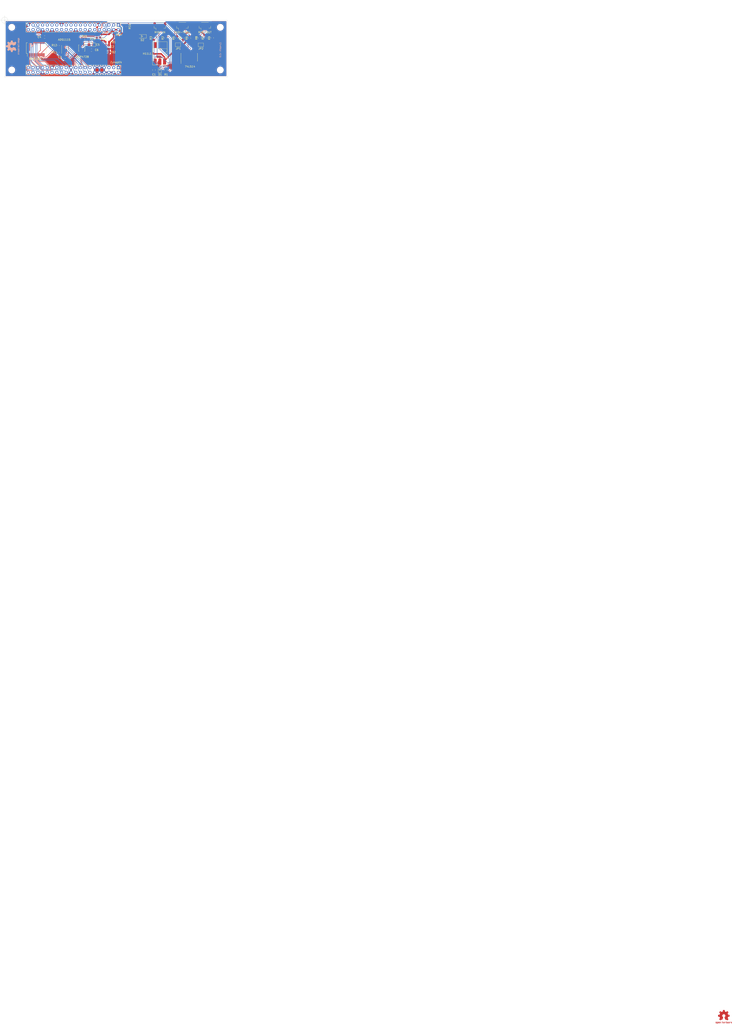
<source format=kicad_pcb>
(kicad_pcb (version 20211014) (generator pcbnew)
  (title_block (title "Zynaptik Circuit") (rev "1.0") (company "Zynthian"))
  (layers (0 "F.Cu" signal) (31 "B.Cu" signal) (34 "B.Paste" user) (35 "F.Paste" user) (36 "B.SilkS" user "B.Silkscreen") (37 "F.SilkS" user "F.Silkscreen") (38 "B.Mask" user) (39 "F.Mask" user) (44 "Edge.Cuts" user))
  (net 0 "")
  (net 1 "GND")
  (net 2 "+5V")
  (net 3 "Net-(D1-Pad2)")
  (net 4 "Net-(D1-Pad1)")
  (net 5 "/MIDI-IN")
  (net 6 "/INTB")
  (net 7 "/INTA")
  (net 8 "/SCL")
  (net 9 "/SDA")
  (net 10 "/AD-3")
  (net 11 "/AD-2")
  (net 12 "/AD-1")
  (net 13 "/AD-0")
  (net 14 "/DA-0")
  (net 15 "/DA-1")
  (net 16 "/DA-2")
  (net 17 "/DA-3")
  (net 18 "Net-(OC1-Pad1)")
  (net 19 "Net-(OC1-Pad3)")
  (net 20 "/MIDI-THRU")
  (net 21 "/MIDI-OUT")
  (net 22 "+3V3")
  (net 23 "Net-(RBPi-1-Pad40)")
  (net 24 "Net-(RBPi-1-Pad38)")
  (net 25 "Net-(RBPi-1-Pad35)")
  (net 26 "Net-(RBPi-1-Pad33)")
  (net 27 "Net-(RBPi-1-Pad32)")
  (net 28 "Net-(RBPi-1-Pad31)")
  (net 29 "Net-(RBPi-1-Pad29)")
  (net 30 "Net-(RBPi-1-Pad28)")
  (net 31 "Net-(RBPi-1-Pad27)")
  (net 32 "Net-(RBPi-1-Pad26)")
  (net 33 "Net-(RBPi-1-Pad24)")
  (net 34 "Net-(RBPi-1-Pad23)")
  (net 35 "Net-(RBPi-1-Pad22)")
  (net 36 "Net-(RBPi-1-Pad21)")
  (net 37 "Net-(RBPi-1-Pad19)")
  (net 38 "Net-(RBPi-1-Pad18)")
  (net 39 "Net-(RBPi-1-Pad16)")
  (net 40 "Net-(RBPi-1-Pad15)")
  (net 41 "Net-(RBPi-1-Pad13)")
  (net 42 "Net-(RBPi-1-Pad12)")
  (net 43 "Net-(RBPi-1-Pad11)")
  (net 44 "Net-(RBPi-1-Pad7)")
  (net 45 "/GPB0")
  (net 46 "/GPB1")
  (net 47 "/GPB2")
  (net 48 "/GPB3")
  (net 49 "/GPB4")
  (net 50 "/GPB5")
  (net 51 "/GPB6")
  (net 52 "/GPA0")
  (net 53 "/GPB7")
  (net 54 "/GPA1")
  (net 55 "/GPA2")
  (net 56 "/GPA3")
  (net 57 "/GPA4")
  (net 58 "/GPA5")
  (net 59 "/GPA6")
  (net 60 "/GPA7")
  (net 61 "Net-(MIDI-1-Pad3)")
  (net 62 "Net-(MIDI-2-Pad4)")
  (net 63 "Net-(MIDI-2-Pad3)")
  (net 64 "Net-(MIDI-3-Pad3)")
  (net 65 "Net-(MIDI-3-Pad4)")
  (net 66 "Net-(U1-Pad2)")
  (net 67 "Net-(U1-Pad10)")
  (net 68 "Net-(JP1-Pad2)")
  (net 69 "Net-(JP1-Pad1)")
  (net 70 "Net-(JP2-Pad1)")
  (net 71 "Net-(JP2-Pad2)")
  (net 72 "Net-(R6-Pad2)")
  (net 73 "Net-(R9-Pad2)")
  (net 74 "Net-(R11-Pad1)")
  (net 75 "Net-(R12-Pad2)")
  (net 76 "Net-(R15-Pad1)")
  (net 77 "Net-(U3-Pad5)")
  (net 78 "Net-(RBPi-1-Pad17)")
  (net 79 "GNDA")
  (net 80 "+VDC")
  (footprint "Mounting_Holes:MountingHole_2.7mm_M2.5_DIN965" (layer "F.Cu") (at 61.595 104.775 180)
    (fp_text reference "MH1" hide)
    (fp_text value "MountingHole_2.7mm_M2.5_DIN965" hide)
  )
  (footprint "Mounting_Holes:MountingHole_2.7mm_M2.5_DIN965" (layer "F.Cu") (at 61.595 127.635)
    (fp_text reference "MH3" hide)
    (fp_text value "MountingHole_2.7mm_M2.5_DIN965" hide)
  )
  (footprint "Mounting_Holes:MountingHole_2.7mm_M2.5_DIN965" (layer "F.Cu") (at 173.355 104.775 180)
    (fp_text reference "MH2" hide)
    (fp_text value "MountingHole_2.7mm_M2.5_DIN965" hide)
  )
  (footprint "Mounting_Holes:MountingHole_2.7mm_M2.5_DIN965" (layer "F.Cu") (at 173.355 127.635)
    (fp_text reference "MH4" hide)
    (fp_text value "MountingHole_2.7mm_M2.5_DIN965" hide)
  )
  (footprint "Symbols:OSHW-Logo2_9.8x8mm_Copper" (layer "F.Cu") (at 443.23 635)
    (fp_text reference "REF***" hide)
    (fp_text value "OSHW-Logo2_9.8x8mm_Copper" hide)
  )
  (footprint "Symbols:OSHW-Logo2_9.8x8mm_Mask" (layer "F.Cu") (at 62.23 114.935 90)
    (fp_text reference "REF***" hide)
    (fp_text value "OSHW-Logo2_9.8x8mm_Copper" hide)
  )
  (footprint "Symbols:LOGO_ZYNTHIAN_Mask" (layer "F.Cu") (at 173.2915 116.205 90)
    (fp_text reference "G***" hide)
    (fp_text value "Zynthian Logo" hide)
  )
  (footprint "Capacitor_SMD:C_0805_2012Metric" (layer "F.Cu") (at 137.795 127.635 -90)
    (fp_text reference "C1")
    (fp_text value "100n")
  )
  (footprint "Capacitor_SMD:C_0805_2012Metric" (layer "F.Cu") (at 79.2 110 180)
    (fp_text reference "C4")
    (fp_text value "100n")
  )
  (footprint "Diode_SMD:D_SOD-123" (layer "F.Cu") (at 131.5 109.6 180)
    (fp_text reference "D2")
    (fp_text value "1N5819")
  )
  (footprint "Connector_JST:JST_SH_BM04B-SRSS-TB_1x04-1MP_P1.00mm_Vertical" (layer "F.Cu") (at 140.97 104.14)
    (fp_text reference "MIDI-1")
    (fp_text value "MIDI-IN")
  )
  (footprint "Connector_JST:JST_SH_BM04B-SRSS-TB_1x04-1MP_P1.00mm_Vertical" (layer "F.Cu") (at 153.035 104.14)
    (fp_text reference "MIDI-2")
    (fp_text value "MIDI-THRU")
  )
  (footprint "Connector_JST:JST_SH_BM04B-SRSS-TB_1x04-1MP_P1.00mm_Vertical" (layer "F.Cu") (at 165.1 104.14)
    (fp_text reference "MIDI-3")
    (fp_text value "MIDI-OUT")
  )
  (footprint "Resistor_SMD:R_0805_2012Metric" (layer "F.Cu") (at 144.145 127.635 90)
    (fp_text reference "R1")
    (fp_text value "100")
  )
  (footprint "Resistor_SMD:R_0805_2012Metric" (layer "F.Cu") (at 144.145 110.49 90)
    (fp_text reference "R2")
    (fp_text value "470")
  )
  (footprint "Connector_PinHeader_2.54mm:PinHeader_2x20_P2.54mm_Vertical" (layer "F.Cu") (at 118.745 103.505 -90)
    (fp_text reference "RBPi-1" hide)
    (fp_text value "RBPi GPIO")
  )
  (footprint "Connector_PinHeader_2.54mm:PinHeader_2x20_P2.54mm_Vertical" (layer "F.Cu") (at 118.745 126.365 -90)
    (fp_text reference "Zynaptik-1" hide)
    (fp_text value "Zynaptik GPIO")
  )
  (footprint "Resistor_SMD:R_0805_2012Metric" (layer "F.Cu") (at 153.416 110.49 -90)
    (fp_text reference "R4")
    (fp_text value "330")
  )
  (footprint "Resistor_SMD:R_0805_2012Metric" (layer "F.Cu") (at 156.845 110.5535 -90)
    (fp_text reference "R6")
    (fp_text value "33")
  )
  (footprint "Resistor_SMD:R_0805_2012Metric" (layer "F.Cu") (at 165.608 110.49 -90)
    (fp_text reference "R7")
    (fp_text value "330")
  )
  (footprint "Resistor_SMD:R_0805_2012Metric" (layer "F.Cu") (at 162.2425 110.49 90)
    (fp_text reference "R8")
    (fp_text value "10")
  )
  (footprint "Resistor_SMD:R_0805_2012Metric" (layer "F.Cu") (at 169.037 110.4265 -90)
    (fp_text reference "R9")
    (fp_text value "33")
  )
  (footprint "Resistor_SMD:R_0805_2012Metric" (layer "F.Cu") (at 149.987 110.5535 90)
    (fp_text reference "R5")
    (fp_text value "10")
  )
  (footprint "Jumper:SolderJumper-2_P1.3mm_Open_Pad1.0x1.5mm" (layer "F.Cu") (at 150.6705 114.1095)
    (fp_text reference "JP1")
    (fp_text value "Jumper_NO_Small")
  )
  (footprint "Jumper:SolderJumper-2_P1.3mm_Open_Pad1.0x1.5mm" (layer "F.Cu") (at 162.941 114.173)
    (fp_text reference "JP2")
    (fp_text value "Jumper_NO_Small")
  )
  (footprint "Package_SO:SOIC-14_3.9x8.7mm_P1.27mm" (layer "F.Cu") (at 156.7 120.8 90)
    (fp_text reference "U1" hide)
    (fp_text value "74LS14")
  )
  (footprint "Capacitor_SMD:C_0805_2012Metric" (layer "F.Cu") (at 113.5 115.4 -90)
    (fp_text reference "C2")
    (fp_text value "1u")
  )
  (footprint "Capacitor_SMD:C_0805_2012Metric" (layer "F.Cu") (at 90.2 120.7)
    (fp_text reference "C3")
    (fp_text value "1u")
  )
  (footprint "Capacitor_SMD:C_0805_2012Metric" (layer "F.Cu") (at 104.3 117 180)
    (fp_text reference "C6")
    (fp_text value "100n")
  )
  (footprint "Diode_SMD:D_SOD-323F" (layer "F.Cu") (at 140.97 127.635 90)
    (fp_text reference "D1")
    (fp_text value "1N4148")
  )
  (footprint "Resistor_SMD:R_0805_2012Metric" (layer "F.Cu") (at 112.8 112.7 180)
    (fp_text reference "FB1")
    (fp_text value "MMZ2012Y152B")
  )
  (footprint "Resistor_SMD:R_0805_2012Metric" (layer "F.Cu") (at 112.8 118.1)
    (fp_text reference "FB2")
    (fp_text value "MMZ2012Y152B")
  )
  (footprint "Resistor_SMD:R_0603_1608Metric" (layer "F.Cu") (at 86.7 118.1875 -90)
    (fp_text reference "R11")
    (fp_text value "10K")
  )
  (footprint "Resistor_SMD:R_0603_1608Metric" (layer "F.Cu") (at 86.7 114.5 -90)
    (fp_text reference "R12")
    (fp_text value "10K")
  )
  (footprint "Resistor_SMD:R_0603_1608Metric" (layer "F.Cu") (at 107.2 111.0875 90)
    (fp_text reference "R13")
    (fp_text value "10K")
  )
  (footprint "Resistor_SMD:R_0603_1608Metric" (layer "F.Cu") (at 100.6 110.8)
    (fp_text reference "R15")
    (fp_text value "10K")
  )
  (footprint "Package_SO:MSOP-10_3x3mm_P0.5mm" (layer "F.Cu") (at 99.1 115.9 -90)
    (fp_text reference "U3" hide)
    (fp_text value "MCP4728")
  )
  (footprint "Package_SO:SSOP-28_5.3x10.2mm_P0.65mm" (layer "F.Cu") (at 74.7 115.9 90)
    (fp_text reference "MCP23017")
    (fp_text value "MCP23017")
  )
  (footprint "Package_SO:VSSOP-10_3x3mm_P0.5mm" (layer "F.Cu") (at 89.9 115.9 90)
    (fp_text reference "U2" hide)
    (fp_text value "ADS1115IDGSR ")
  )
  (footprint "Resistor_SMD:R_0603_1608Metric" (layer "F.Cu") (at 108.9 111.0875 90)
    (fp_text reference "R14")
    (fp_text value "10K")
  )
  (footprint "Capacitor_Tantalum_SMD:CP_EIA-3216-12_Kemet-S" (layer "F.Cu") (at 104.3 114.1 180)
    (fp_text reference "C5")
    (fp_text value "10u")
  )
  (footprint "Resistor_SMD:R_0805_2012Metric" (layer "F.Cu") (at 137.795 110.49 90)
    (fp_text reference "R3")
    (fp_text value "1K")
  )
  (footprint "Resistor_SMD:R_0603_1608Metric" (layer "F.Cu") (at 123.4 104.4 -90)
    (fp_text reference "R10")
    (fp_text value "10K")
  )
  (footprint "Package_DIP:DIP-6_W8.89mm_SMDSocket_LongPads" (layer "F.Cu") (at 140.97 118.745 -90)
    (fp_text reference "OC1" hide)
    (fp_text value "H11L1")
  )
  (footprint "Symbols:OSHW-Logo2_9.8x8mm_SilkScreen" (layer "B.Cu") (at 62.23 114.935 -90)
    (fp_text reference "REF***" hide)
    (fp_text value "OSHW-Logo2_9.8x8mm_SilkScreen" hide)
  )
  (gr_line (start 131 110.1) (end 131.8 109.6) (layer "F.SilkS") (width 0.15))
  (gr_line (start 131.8 109.6) (end 131 109) (layer "F.SilkS") (width 0.15))
  (gr_line (start 140.9 127.9) (end 140.5 127.2) (layer "F.SilkS") (width 0.15))
  (gr_line (start 140.5 127.2) (end 141.4 127.2) (layer "F.SilkS") (width 0.15))
  (gr_line (start 141.4 127.2) (end 141 127.9) (layer "F.SilkS") (width 0.15))
  (gr_poly (pts (xy 141.4 128) (xy 140.5 128) (xy 141.4 128)) (layer "F.SilkS") (width 0.1) (fill solid))
  (gr_line (start 131 109) (end 131 110.1) (layer "F.SilkS") (width 0.15))
  (gr_line (start 177.165 100.965) (end 177.165 131.445) (layer "Edge.Cuts") (width 0.1))
  (gr_line (start 177.165 131.445) (end 57.785 131.445) (layer "Edge.Cuts") (width 0.1))
  (gr_line (start 57.785 100.965) (end 177.165 100.965) (layer "Edge.Cuts") (width 0.1))
  (gr_line (start 57.785 131.445) (end 57.785 100.965) (layer "Edge.Cuts") (width 0.1))
  (gr_text "Zynaptik v2.0\n" (at 173.355 116.84 90) (layer "B.SilkS") (effects (font (size 0.8 0.8) (thickness 0.12)) (justify mirror)))
  (target plus (at 57.785 100.965) (size 5) (width 0.1) (layer "Edge.Cuts"))
  (segment (start 113.7375 118.1) (end 113.7375 118.8) (width 0.8) (layer "F.Cu") (net 1))
  (segment (start 93.345 126.365) (end 91.844999 124.864999) (width 0.8) (layer "F.Cu") (net 1))
  (segment (start 70.485 103.505) (end 64.9 109.09) (width 0.8) (layer "F.Cu") (net 1))
  (segment (start 95.885 106.045) (end 97.385001 107.545001) (width 0.8) (layer "F.Cu") (net 1))
  (segment (start 68.984999 105.005001) (end 70.485 103.505) (width 0.8) (layer "F.Cu") (net 1))
  (segment (start 93.345 128.905) (end 93.345 126.365) (width 0.8) (layer "F.Cu") (net 1))
  (segment (start 108.585 126.365) (end 106.045 128.905) (width 0.8) (layer "F.Cu") (net 1))
  (segment (start 76.325 120.625) (end 78.3 122.6) (width 0.25) (layer "F.Cu") (net 1))
  (segment (start 117.655001 130.355001) (end 136.012499 130.355001) (width 0.8) (layer "F.Cu") (net 1))
  (segment (start 140.069999 123.455001) (end 140.97 122.555) (width 0.8) (layer "F.Cu") (net 1))
  (segment (start 107.409999 104.680001) (end 108.585 103.505) (width 0.25) (layer "F.Cu") (net 1))
  (segment (start 111.125 128.905) (end 108.585 128.905) (width 0.8) (layer "F.Cu") (net 1))
  (segment (start 113.7375 116.575) (end 113.5 116.3375) (width 0.8) (layer "F.Cu") (net 1))
  (segment (start 89.290002 130.1) (end 88.985001 130.405001) (width 0.8) (layer "F.Cu") (net 1))
  (segment (start 140.315008 129.66001) (end 140.119999 129.465001) (width 0.8) (layer "F.Cu") (net 1))
  (segment (start 111.125 126.365) (end 111.125 128.905) (width 0.8) (layer "F.Cu") (net 1))
  (segment (start 113.7375 118.8) (end 108.585 123.9525) (width 0.8) (layer "F.Cu") (net 1))
  (segment (start 93.345 128.905) (end 93.025002 128.905) (width 0.8) (layer "F.Cu") (net 1))
  (segment (start 95.885 106.045) (end 94.384999 107.545001) (width 0.8) (layer "F.Cu") (net 1))
  (segment (start 88.985001 130.405001) (end 85.005001 130.405001) (width 0.8) (layer "F.Cu") (net 1))
  (segment (start 106.045 126.365) (end 108.585 126.365) (width 0.8) (layer "F.Cu") (net 1))
  (segment (start 90.005001 130.405001) (end 89.7 130.1) (width 0.8) (layer "F.Cu") (net 1))
  (segment (start 78.2625 110) (end 78.2625 106.2025) (width 0.8) (layer "F.Cu") (net 1))
  (segment (start 108.020999 107.220001) (end 107.409999 106.609001) (width 0.25) (layer "F.Cu") (net 1))
  (segment (start 137.795 128.5725) (end 138.495 128.5725) (width 0.8) (layer "F.Cu") (net 1))
  (segment (start 70.485 103.505) (end 71.985001 102.004999) (width 0.8) (layer "F.Cu") (net 1))
  (segment (start 116.205 128.905) (end 117.655001 130.355001) (width 0.8) (layer "F.Cu") (net 1))
  (segment (start 104.544999 130.405001) (end 94.845001 130.405001) (width 0.8) (layer "F.Cu") (net 1))
  (segment (start 71.985001 102.004999) (end 86.764999 102.004999) (width 0.8) (layer "F.Cu") (net 1))
  (segment (start 76.604999 130.405001) (end 78.105 128.905) (width 0.8) (layer "F.Cu") (net 1))
  (segment (start 108.585 128.905) (end 111.125 126.365) (width 0.8) (layer "F.Cu") (net 1))
  (segment (start 79.42 122.6) (end 83.185 126.365) (width 0.25) (layer "F.Cu") (net 1))
  (segment (start 107.409999 106.609001) (end 107.409999 104.680001) (width 0.25) (layer "F.Cu") (net 1))
  (segment (start 91.525001 130.405001) (end 90.005001 130.405001) (width 0.8) (layer "F.Cu") (net 1))
  (segment (start 160.51 123.5) (end 160.51 124.360002) (width 0.8) (layer "F.Cu") (net 1))
  (segment (start 140.119999 129.465001) (end 140.119999 125.804999) (width 0.8) (layer "F.Cu") (net 1))
  (segment (start 106.045 126.365) (end 108.585 128.905) (width 0.8) (layer "F.Cu") (net 1))
  (segment (start 113.665 106.045) (end 112.489999 107.220001) (width 0.25) (layer "F.Cu") (net 1))
  (segment (start 84.210002 130.1) (end 83.905001 130.405001) (width 0.8) (layer "F.Cu") (net 1))
  (segment (start 85.005001 130.405001) (end 84.7 130.1) (width 0.8) (layer "F.Cu") (net 1))
  (segment (start 76.325 119.5) (end 76.325 120.625) (width 0.25) (layer "F.Cu") (net 1))
  (segment (start 91.844999 124.864999) (end 84.685001 124.864999) (width 0.8) (layer "F.Cu") (net 1))
  (segment (start 93.025002 128.905) (end 91.525001 130.405001) (width 0.8) (layer "F.Cu") (net 1))
  (segment (start 108.585 103.505) (end 107.084999 102.004999) (width 0.8) (layer "F.Cu") (net 1))
  (segment (start 83.905001 130.405001) (end 79.605001 130.405001) (width 0.8) (layer "F.Cu") (net 1))
  (segment (start 79.605001 107.545001) (end 81.684999 107.545001) (width 0.8) (layer "F.Cu") (net 1))
  (segment (start 66.105001 130.405001) (end 76.604999 130.405001) (width 0.8) (layer "F.Cu") (net 1))
  (segment (start 111.125 128.905) (end 108.585 126.365) (width 0.8) (layer "F.Cu") (net 1))
  (segment (start 76.604999 107.545001) (end 69.764999 107.545001) (width 0.8) (layer "F.Cu") (net 1))
  (segment (start 84.685001 124.864999) (end 83.185 126.365) (width 0.8) (layer "F.Cu") (net 1))
  (segment (start 78.3 122.6) (end 79.42 122.6) (width 0.25) (layer "F.Cu") (net 1))
  (segment (start 155.209992 129.66001) (end 140.315008 129.66001) (width 0.8) (layer "F.Cu") (net 1))
  (segment (start 140.119999 125.804999) (end 141.224999 124.699999) (width 0.8) (layer "F.Cu") (net 1))
  (segment (start 86.764999 102.004999) (end 88.265 103.505) (width 0.8) (layer "F.Cu") (net 1))
  (segment (start 116.205 128.905) (end 113.665 128.905) (width 0.8) (layer "F.Cu") (net 1))
  (segment (start 78.2625 112.2875) (end 78.275 112.3) (width 0.25) (layer "F.Cu") (net 1))
  (segment (start 94.384999 107.545001) (end 84.685001 107.545001) (width 0.8) (layer "F.Cu") (net 1))
  (segment (start 69.764999 107.545001) (end 68.984999 106.765001) (width 0.8) (layer "F.Cu") (net 1))
  (segment (start 78.275 112.3) (end 77.625 112.3) (width 0.25) (layer "F.Cu") (net 1))
  (segment (start 106.045 128.905) (end 104.544999 130.405001) (width 0.8) (layer "F.Cu") (net 1))
  (segment (start 113.665 128.905) (end 111.125 128.905) (width 0.8) (layer "F.Cu") (net 1))
  (segment (start 108.585 128.905) (end 106.045 128.905) (width 0.8) (layer "F.Cu") (net 1))
  (segment (start 78.2625 106.2025) (end 78.105 106.045) (width 0.8) (layer "F.Cu") (net 1))
  (segment (start 140.069999 126.997501) (end 140.069999 123.455001) (width 0.8) (layer "F.Cu") (net 1))
  (segment (start 102.004999 107.545001) (end 103.505 106.045) (width 0.8) (layer "F.Cu") (net 1))
  (segment (start 107.084999 102.004999) (end 89.765001 102.004999) (width 0.8) (layer "F.Cu") (net 1))
  (segment (start 89.7 130.1) (end 89.290002 130.1) (width 0.8) (layer "F.Cu") (net 1))
  (segment (start 160.51 124.360002) (end 155.209992 129.66001) (width 0.8) (layer "F.Cu") (net 1))
  (segment (start 68.984999 106.765001) (end 68.984999 105.005001) (width 0.8) (layer "F.Cu") (net 1))
  (segment (start 112.489999 107.220001) (end 108.020999 107.220001) (width 0.25) (layer "F.Cu") (net 1))
  (segment (start 64.9 109.09) (end 64.9 129.2) (width 0.8) (layer "F.Cu") (net 1))
  (segment (start 97.385001 107.545001) (end 102.004999 107.545001) (width 0.8) (layer "F.Cu") (net 1))
  (segment (start 78.105 106.045) (end 79.605001 107.545001) (width 0.8) (layer "F.Cu") (net 1))
  (segment (start 79.605001 130.405001) (end 78.105 128.905) (width 0.8) (layer "F.Cu") (net 1))
  (segment (start 78.105 106.045) (end 76.604999 107.545001) (width 0.8) (layer "F.Cu") (net 1))
  (segment (start 81.684999 107.545001) (end 83.185 106.045) (width 0.8) (layer "F.Cu") (net 1))
  (segment (start 108.585 123.9525) (end 108.585 126.365) (width 0.8) (layer "F.Cu") (net 1))
  (segment (start 106.045 128.905) (end 106.045 126.365) (width 0.8) (layer "F.Cu") (net 1))
  (segment (start 136.012499 130.355001) (end 137.795 128.5725) (width 0.8) (layer "F.Cu") (net 1))
  (segment (start 89.765001 102.004999) (end 88.265 103.505) (width 0.8) (layer "F.Cu") (net 1))
  (segment (start 78.2625 110) (end 78.2625 112.2875) (width 0.25) (layer "F.Cu") (net 1))
  (segment (start 108.585 126.365) (end 111.125 126.365) (width 0.8) (layer "F.Cu") (net 1))
  (segment (start 84.685001 107.545001) (end 83.185 106.045) (width 0.8) (layer "F.Cu") (net 1))
  (segment (start 84.7 130.1) (end 84.210002 130.1) (width 0.8) (layer "F.Cu") (net 1))
  (segment (start 94.845001 130.405001) (end 93.345 128.905) (width 0.8) (layer "F.Cu") (net 1))
  (segment (start 138.495 128.5725) (end 140.069999 126.997501) (width 0.8) (layer "F.Cu") (net 1))
  (segment (start 64.9 129.2) (end 66.105001 130.405001) (width 0.8) (layer "F.Cu") (net 1))
  (segment (start 113.7375 118.1) (end 113.7375 116.575) (width 0.8) (layer "F.Cu") (net 1))
  (segment (start 108.585 126.365) (end 108.585 128.905) (width 0.8) (layer "F.Cu") (net 1))
  (segment (start 118.745 106.045) (end 124.1275 111.4275) (width 0.8) (layer "F.Cu") (net 2))
  (segment (start 76.975 113.335002) (end 77.139999 113.500001) (width 0.25) (layer "F.Cu") (net 2))
  (segment (start 151.535 107.6715) (end 151.535 105.465) (width 0.8) (layer "F.Cu") (net 2))
  (segment (start 154.76601 110.20251) (end 154.116 109.5525) (width 0.8) (layer "F.Cu") (net 2))
  (segment (start 141.67 119) (end 137.7 119) (width 0.8) (layer "F.Cu") (net 2))
  (segment (start 152.89 118.1) (end 152.89 114.70995) (width 0.8) (layer "F.Cu") (net 2))
  (segment (start 136.35 125.2525) (end 136.35 117.65) (width 0.8) (layer "F.Cu") (net 2))
  (segment (start 134.6275 111.4275) (end 137.795 111.4275) (width 0.8) (layer "F.Cu") (net 2))
  (segment (start 76.975 112.3) (end 76.975 113.335002) (width 0.25) (layer "F.Cu") (net 2))
  (segment (start 137.795 126.6975) (end 136.35 125.2525) (width 0.8) (layer "F.Cu") (net 2))
  (segment (start 134.6275 115.9275) (end 134.6275 111.4275) (width 0.8) (layer "F.Cu") (net 2))
  (segment (start 116.205 106.045) (end 116.205 110.2325) (width 0.8) (layer "F.Cu") (net 2))
  (segment (start 154.76601 112.83394) (end 154.76601 110.20251) (width 0.8) (layer "F.Cu") (net 2))
  (segment (start 153.416 109.5525) (end 151.535 107.6715) (width 0.8) (layer "F.Cu") (net 2))
  (segment (start 119.947081 128.905) (end 118.745 128.905) (width 0.8) (layer "F.Cu") (net 2))
  (segment (start 136.35 117.65) (end 134.6275 115.9275) (width 0.8) (layer "F.Cu") (net 2))
  (segment (start 116.205 110.2325) (end 113.7375 112.7) (width 0.8) (layer "F.Cu") (net 2))
  (segment (start 75.675 118.375) (end 76.975 117.075) (width 0.25) (layer "F.Cu") (net 2))
  (segment (start 80.1375 111.262501) (end 79.100001 112.3) (width 0.8) (layer "F.Cu") (net 2))
  (segment (start 165.608 109.5525) (end 163.6 107.5445) (width 0.8) (layer "F.Cu") (net 2))
  (segment (start 81.592489 108.545011) (end 80.1375 110) (width 0.8) (layer "F.Cu") (net 2))
  (segment (start 78.925 113.425) (end 78.925 112.3) (width 0.25) (layer "F.Cu") (net 2))
  (segment (start 147.965 118.1) (end 143.51 122.555) (width 0.8) (layer "F.Cu") (net 2))
  (segment (start 137.7 119) (end 136.35 117.65) (width 0.8) (layer "F.Cu") (net 2))
  (segment (start 120.245001 128.60708) (end 119.947081 128.905) (width 0.8) (layer "F.Cu") (net 2))
  (segment (start 116.205 106.045) (end 118.745 106.045) (width 0.8) (layer "F.Cu") (net 2))
  (segment (start 116.205 106.045) (end 113.704989 108.545011) (width 0.8) (layer "F.Cu") (net 2))
  (segment (start 75.675 119.5) (end 75.675 118.375) (width 0.25) (layer "F.Cu") (net 2))
  (segment (start 155.424 107.5445) (end 163.6 107.5445) (width 0.8) (layer "F.Cu") (net 2))
  (segment (start 143.51 120.84) (end 141.67 119) (width 0.8) (layer "F.Cu") (net 2))
  (segment (start 113.7375 114.225) (end 113.5 114.4625) (width 0.8) (layer "F.Cu") (net 2))
  (segment (start 152.89 118.1) (end 147.965 118.1) (width 0.8) (layer "F.Cu") (net 2))
  (segment (start 143.51 123.19) (end 143.51 120.84) (width 0.8) (layer "F.Cu") (net 2))
  (segment (start 78.849999 113.500001) (end 78.925 113.425) (width 0.25) (layer "F.Cu") (net 2))
  (segment (start 152.89 114.70995) (end 154.76601 112.83394) (width 0.8) (layer "F.Cu") (net 2))
  (segment (start 118.745 106.045) (end 120.245001 107.545001) (width 0.8) (layer "F.Cu") (net 2))
  (segment (start 153.416 109.5525) (end 155.424 107.5445) (width 0.8) (layer "F.Cu") (net 2))
  (segment (start 124.1275 111.4275) (end 134.6275 111.4275) (width 0.8) (layer "F.Cu") (net 2))
  (segment (start 76.975 117.075) (end 76.975 112.3) (width 0.25) (layer "F.Cu") (net 2))
  (segment (start 113.7375 112.7) (end 113.7375 114.225) (width 0.8) (layer "F.Cu") (net 2))
  (segment (start 120.245001 107.545001) (end 120.245001 128.60708) (width 0.8) (layer "F.Cu") (net 2))
  (segment (start 154.116 109.5525) (end 153.416 109.5525) (width 0.8) (layer "F.Cu") (net 2))
  (segment (start 80.1375 110) (end 80.1375 111.262501) (width 0.8) (layer "F.Cu") (net 2))
  (segment (start 163.6 107.5445) (end 163.6 105.465) (width 0.8) (layer "F.Cu") (net 2))
  (segment (start 113.704989 108.545011) (end 81.592489 108.545011) (width 0.8) (layer "F.Cu") (net 2))
  (segment (start 77.139999 113.500001) (end 78.849999 113.500001) (width 0.25) (layer "F.Cu") (net 2))
  (segment (start 140.97 126.535) (end 140.97 126.53) (width 0.25) (layer "F.Cu") (net 3))
  (segment (start 140.79501 104.36499) (end 142.14499 104.36499) (width 0.25) (layer "F.Cu") (net 3))
  (segment (start 142.14499 104.36499) (end 142.47 104.69) (width 0.25) (layer "F.Cu") (net 3))
  (segment (start 140.97 126.53) (end 141.9 125.6) (width 0.25) (layer "F.Cu") (net 3))
  (segment (start 141.1 116.7) (end 141.1 115.065) (width 0.25) (layer "F.Cu") (net 3))
  (segment (start 140.47 105.465) (end 140.47 104.69) (width 0.25) (layer "F.Cu") (net 3))
  (segment (start 140.47 114.435) (end 140.47 105.465) (width 0.25) (layer "F.Cu") (net 3))
  (segment (start 140.47 104.69) (end 140.79501 104.36499) (width 0.25) (layer "F.Cu") (net 3))
  (segment (start 142.47 104.69) (end 142.47 105.465) (width 0.25) (layer "F.Cu") (net 3))
  (segment (start 141.1 115.065) (end 140.97 114.935) (width 0.25) (layer "F.Cu") (net 3))
  (segment (start 140.97 114.935) (end 140.47 114.435) (width 0.25) (layer "F.Cu") (net 3))
  (via (at 141.9 125.6) (size 0.6) (drill 0.4) (layers "F.Cu" "B.Cu") (net 3))
  (via (at 141.1 116.7) (size 0.6) (drill 0.4) (layers "F.Cu" "B.Cu") (net 3))
  (segment (start 146.025001 124.300002) (end 146.025001 121.625001) (width 0.25) (layer "B.Cu") (net 3))
  (segment (start 141.9 125.6) (end 144.725003 125.6) (width 0.25) (layer "B.Cu") (net 3))
  (segment (start 144.725003 125.6) (end 146.025001 124.300002) (width 0.25) (layer "B.Cu") (net 3))
  (segment (start 146.025001 121.625001) (end 141.1 116.7) (width 0.25) (layer "B.Cu") (net 3))
  (segment (start 145.6275 128.5725) (end 146.4 127.8) (width 0.25) (layer "F.Cu") (net 4))
  (segment (start 140.97 128.735) (end 143.9825 128.735) (width 0.25) (layer "F.Cu") (net 4))
  (segment (start 143.9825 128.735) (end 144.145 128.5725) (width 0.25) (layer "F.Cu") (net 4))
  (segment (start 145.6 109.7) (end 144.2925 109.7) (width 0.25) (layer "F.Cu") (net 4))
  (segment (start 144.2925 109.7) (end 144.145 109.5525) (width 0.25) (layer "F.Cu") (net 4))
  (segment (start 144.145 128.5725) (end 145.6275 128.5725) (width 0.25) (layer "F.Cu") (net 4))
  (segment (start 140.24502 103.91498) (end 139.47 104.69) (width 0.25) (layer "F.Cu") (net 4))
  (segment (start 142.366748 103.91498) (end 140.24502 103.91498) (width 0.25) (layer "F.Cu") (net 4))
  (segment (start 144.145 105.693232) (end 142.366748 103.91498) (width 0.25) (layer "F.Cu") (net 4))
  (segment (start 139.47 104.69) (end 139.47 105.465) (width 0.25) (layer "F.Cu") (net 4))
  (segment (start 144.145 109.5525) (end 144.145 105.693232) (width 0.25) (layer "F.Cu") (net 4))
  (via (at 146.4 127.8) (size 0.6) (drill 0.4) (layers "F.Cu" "B.Cu") (net 4))
  (via (at 145.6 109.7) (size 0.6) (drill 0.4) (layers "F.Cu" "B.Cu") (net 4))
  (segment (start 146.4 127.8) (end 146.699999 127.500001) (width 0.25) (layer "B.Cu") (net 4))
  (segment (start 146.699999 110.799999) (end 145.6 109.7) (width 0.25) (layer "B.Cu") (net 4))
  (segment (start 146.699999 127.500001) (end 146.699999 110.799999) (width 0.25) (layer "B.Cu") (net 4))
  (segment (start 123.4 106.4) (end 126.6 109.6) (width 0.25) (layer "F.Cu") (net 5))
  (segment (start 123.771849 102.329999) (end 124.42501 102.98316) (width 0.25) (layer "F.Cu") (net 5))
  (segment (start 124.42501 104.31249) (end 123.4 105.3375) (width 0.25) (layer "F.Cu") (net 5))
  (segment (start 109.949999 104.680001) (end 109.949999 102.940999) (width 0.25) (layer "F.Cu") (net 5))
  (segment (start 108.585 106.045) (end 109.949999 104.680001) (width 0.25) (layer "F.Cu") (net 5))
  (segment (start 110.560999 102.329999) (end 123.771849 102.329999) (width 0.25) (layer "F.Cu") (net 5))
  (segment (start 109.949999 102.940999) (end 110.560999 102.329999) (width 0.25) (layer "F.Cu") (net 5))
  (segment (start 126.6 109.6) (end 129.85 109.6) (width 0.25) (layer "F.Cu") (net 5))
  (segment (start 123.4 105.3375) (end 123.4 106.4) (width 0.25) (layer "F.Cu") (net 5))
  (segment (start 124.42501 102.98316) (end 124.42501 104.31249) (width 0.25) (layer "F.Cu") (net 5))
  (segment (start 76.4 108.5) (end 76.4 112.225) (width 0.25) (layer "F.Cu") (net 6))
  (segment (start 76.4 112.225) (end 76.325 112.3) (width 0.25) (layer "F.Cu") (net 6))
  (via (at 76.4 108.5) (size 0.6) (drill 0.4) (layers "F.Cu" "B.Cu") (net 6))
  (segment (start 74.200001 104.680001) (end 76.129001 104.680001) (width 0.25) (layer "B.Cu") (net 6))
  (segment (start 73.025 103.505) (end 74.200001 104.680001) (width 0.25) (layer "B.Cu") (net 6))
  (segment (start 76.129001 104.680001) (end 76.929999 105.480999) (width 0.25) (layer "B.Cu") (net 6))
  (segment (start 76.929999 105.480999) (end 76.929999 107.970001) (width 0.25) (layer "B.Cu") (net 6))
  (segment (start 76.929999 107.970001) (end 76.4 108.5) (width 0.25) (layer "B.Cu") (net 6))
  (segment (start 75.6 112.225) (end 75.675 112.3) (width 0.25) (layer "F.Cu") (net 7))
  (segment (start 75.6 108.5) (end 75.6 112.225) (width 0.25) (layer "F.Cu") (net 7))
  (via (at 75.6 108.5) (size 0.6) (drill 0.4) (layers "F.Cu" "B.Cu") (net 7))
  (segment (start 75.565 108.465) (end 75.6 108.5) (width 0.25) (layer "B.Cu") (net 7))
  (segment (start 75.565 106.045) (end 75.565 108.465) (width 0.25) (layer "B.Cu") (net 7))
  (segment (start 83.431761 112.568239) (end 88.968239 112.568239) (width 0.25) (layer "F.Cu") (net 8))
  (segment (start 100.993525 109.900001) (end 100.57501 110.318516) (width 0.25) (layer "F.Cu") (net 8))
  (segment (start 107.1 110.2) (end 107.2 110.3) (width 0.25) (layer "F.Cu") (net 8))
  (segment (start 88.968239 112.568239) (end 91.644167 109.892311) (width 0.25) (layer "F.Cu") (net 8))
  (segment (start 106 110.2) (end 107.1 110.2) (width 0.25) (layer "F.Cu") (net 8))
  (segment (start 105.700001 109.900001) (end 100.993525 109.900001) (width 0.25) (layer "F.Cu") (net 8))
  (segment (start 106 110.2) (end 105.700001 109.900001) (width 0.25) (layer "F.Cu") (net 8))
  (segment (start 88.9 113.7) (end 88.9 112.636478) (width 0.25) (layer "F.Cu") (net 8))
  (segment (start 100.57501 110.318516) (end 100.57501 111.281484) (width 0.25) (layer "F.Cu") (net 8))
  (segment (start 91.644167 109.892311) (end 98.592311 109.892311) (width 0.25) (layer "F.Cu") (net 8))
  (segment (start 99.6 112.256494) (end 99.6 113.7) (width 0.25) (layer "F.Cu") (net 8))
  (segment (start 100.57501 111.281484) (end 99.6 112.256494) (width 0.25) (layer "F.Cu") (net 8))
  (segment (start 77.625 119.5) (end 77.625 118.375) (width 0.25) (layer "F.Cu") (net 8))
  (segment (start 77.625 118.375) (end 83.431761 112.568239) (width 0.25) (layer "F.Cu") (net 8))
  (segment (start 88.9 112.636478) (end 88.968239 112.568239) (width 0.25) (layer "F.Cu") (net 8))
  (via (at 98.592311 109.892311) (size 0.6) (drill 0.4) (layers "F.Cu" "B.Cu") (net 8))
  (via (at 106 110.2) (size 0.6) (drill 0.4) (layers "F.Cu" "B.Cu") (net 8))
  (segment (start 113.665 126.365) (end 113.665 115.155998) (width 0.25) (layer "B.Cu") (net 8))
  (segment (start 105.692311 109.892311) (end 106 110.2) (width 0.25) (layer "B.Cu") (net 8))
  (segment (start 108.709002 110.2) (end 106 110.2) (width 0.25) (layer "B.Cu") (net 8))
  (segment (start 112.489999 106.419003) (end 108.709002 110.2) (width 0.25) (layer "B.Cu") (net 8))
  (segment (start 113.665 103.505) (end 112.489999 104.680001) (width 0.25) (layer "B.Cu") (net 8))
  (segment (start 112.489999 104.680001) (end 112.489999 106.419003) (width 0.25) (layer "B.Cu") (net 8))
  (segment (start 113.665 115.155998) (end 108.709002 110.2) (width 0.25) (layer "B.Cu") (net 8))
  (segment (start 98.592311 109.892311) (end 105.692311 109.892311) (width 0.25) (layer "B.Cu") (net 8))
  (segment (start 110 110.4) (end 109 110.4) (width 0.25) (layer "F.Cu") (net 9))
  (segment (start 78.275 119.5) (end 78.275 120.535002) (width 0.25) (layer "F.Cu") (net 9))
  (segment (start 88.59999 114.75001) (end 89.140692 114.75001) (width 0.25) (layer "F.Cu") (net 9))
  (segment (start 90.429381 111.743507) (end 97.624999 111.743507) (width 0.25) (layer "F.Cu") (net 9))
  (segment (start 109 110.4) (end 108.9 110.3) (width 0.25) (layer "F.Cu") (net 9))
  (segment (start 97.624999 114.660001) (end 97.689999 114.725001) (width 0.25) (layer "F.Cu") (net 9))
  (segment (start 97.689999 114.725001) (end 99.010001 114.725001) (width 0.25) (layer "F.Cu") (net 9))
  (segment (start 99.1 114.635002) (end 99.1 113.7) (width 0.25) (layer "F.Cu") (net 9))
  (segment (start 99.918515 109.449991) (end 97.624999 111.743507) (width 0.25) (layer "F.Cu") (net 9))
  (segment (start 80.043505 120.700001) (end 86.268496 114.47501) (width 0.25) (layer "F.Cu") (net 9))
  (segment (start 108.9 110.3) (end 108.9 109.8625) (width 0.25) (layer "F.Cu") (net 9))
  (segment (start 86.268496 114.47501) (end 88.32499 114.47501) (width 0.25) (layer "F.Cu") (net 9))
  (segment (start 99.010001 114.725001) (end 99.1 114.635002) (width 0.25) (layer "F.Cu") (net 9))
  (segment (start 89.4 113.7) (end 89.4 112.772888) (width 0.25) (layer "F.Cu") (net 9))
  (segment (start 108.9 109.8625) (end 108.487491 109.449991) (width 0.25) (layer "F.Cu") (net 9))
  (segment (start 88.32499 114.47501) (end 88.59999 114.75001) (width 0.25) (layer "F.Cu") (net 9))
  (segment (start 89.4 114.490702) (end 89.4 113.7) (width 0.25) (layer "F.Cu") (net 9))
  (segment (start 89.4 112.772888) (end 90.429381 111.743507) (width 0.25) (layer "F.Cu") (net 9))
  (segment (start 97.624999 111.743507) (end 97.624999 114.660001) (width 0.25) (layer "F.Cu") (net 9))
  (segment (start 78.275 120.535002) (end 78.439999 120.700001) (width 0.25) (layer "F.Cu") (net 9))
  (segment (start 78.439999 120.700001) (end 80.043505 120.700001) (width 0.25) (layer "F.Cu") (net 9))
  (segment (start 108.487491 109.449991) (end 99.918515 109.449991) (width 0.25) (layer "F.Cu") (net 9))
  (segment (start 89.140692 114.75001) (end 89.4 114.490702) (width 0.25) (layer "F.Cu") (net 9))
  (via (at 110 110.4) (size 0.6) (drill 0.4) (layers "F.Cu" "B.Cu") (net 9))
  (segment (start 113.874501 107.574501) (end 111.049002 110.4) (width 0.25) (layer "B.Cu") (net 9))
  (segment (start 114.583501 107.574501) (end 113.874501 107.574501) (width 0.25) (layer "B.Cu") (net 9))
  (segment (start 115.029999 106.419003) (end 113.874501 107.574501) (width 0.25) (layer "B.Cu") (net 9))
  (segment (start 116.205 103.505) (end 115.029999 104.680001) (width 0.25) (layer "B.Cu") (net 9))
  (segment (start 116.205 126.365) (end 116.205 109.196) (width 0.25) (layer "B.Cu") (net 9))
  (segment (start 115.029999 104.680001) (end 115.029999 106.419003) (width 0.25) (layer "B.Cu") (net 9))
  (segment (start 116.205 109.196) (end 114.583501 107.574501) (width 0.25) (layer "B.Cu") (net 9))
  (segment (start 111.049002 110.4) (end 110 110.4) (width 0.25) (layer "B.Cu") (net 9))
  (segment (start 90.4 115.337707) (end 90.525 115.462707) (width 0.25) (layer "F.Cu") (net 10))
  (segment (start 90.4 113.7) (end 90.4 115.337707) (width 0.25) (layer "F.Cu") (net 10))
  (via (at 90.525 115.462707) (size 0.6) (drill 0.4) (layers "F.Cu" "B.Cu") (net 10))
  (segment (start 91.801709 115.462707) (end 102.140001 125.800999) (width 0.25) (layer "B.Cu") (net 10))
  (segment (start 102.140001 127.540001) (end 103.505 128.905) (width 0.25) (layer "B.Cu") (net 10))
  (segment (start 90.525 115.462707) (end 91.801709 115.462707) (width 0.25) (layer "B.Cu") (net 10))
  (segment (start 102.140001 125.800999) (end 102.140001 127.540001) (width 0.25) (layer "B.Cu") (net 10))
  (segment (start 90.9 113.7) (end 92 114.8) (width 0.25) (layer "F.Cu") (net 11))
  (segment (start 92 114.8) (end 92 116.7) (width 0.25) (layer "F.Cu") (net 11))
  (via (at 92 116.7) (size 0.6) (drill 0.4) (layers "F.Cu" "B.Cu") (net 11))
  (segment (start 99.789999 124.489999) (end 99.789999 127.729999) (width 0.25) (layer "B.Cu") (net 11))
  (segment (start 92 116.7) (end 99.789999 124.489999) (width 0.25) (layer "B.Cu") (net 11))
  (segment (start 99.789999 127.729999) (end 100.965 128.905) (width 0.25) (layer "B.Cu") (net 11))
  (segment (start 90.9 118.184816) (end 91.32501 118.609826) (width 0.25) (layer "F.Cu") (net 12))
  (segment (start 90.9 118.1) (end 90.9 118.184816) (width 0.25) (layer "F.Cu") (net 12))
  (via (at 91.32501 118.609826) (size 0.6) (drill 0.4) (layers "F.Cu" "B.Cu") (net 12))
  (segment (start 91.32501 118.609826) (end 97.249999 124.534815) (width 0.25) (layer "B.Cu") (net 12))
  (segment (start 97.249999 127.729999) (end 98.425 128.905) (width 0.25) (layer "B.Cu") (net 12))
  (segment (start 97.249999 124.534815) (end 97.249999 127.729999) (width 0.25) (layer "B.Cu") (net 12))
  (segment (start 90.4 118.1) (end 90.4 118.890702) (width 0.25) (layer "F.Cu") (net 13))
  (segment (start 90.909298 119.4) (end 91.2 119.4) (width 0.25) (layer "F.Cu") (net 13))
  (segment (start 90.4 118.890702) (end 90.909298 119.4) (width 0.25) (layer "F.Cu") (net 13))
  (via (at 91.2 119.4) (size 0.6) (drill 0.4) (layers "F.Cu" "B.Cu") (net 13))
  (segment (start 91.2 119.4) (end 94.709999 122.909999) (width 0.25) (layer "B.Cu") (net 13))
  (segment (start 94.709999 122.909999) (end 94.709999 127.729999) (width 0.25) (layer "B.Cu") (net 13))
  (segment (start 94.709999 127.729999) (end 95.885 128.905) (width 0.25) (layer "B.Cu") (net 13))
  (segment (start 95.885 121.315) (end 98.1 119.1) (width 0.25) (layer "F.Cu") (net 14))
  (segment (start 95.885 126.365) (end 95.885 121.315) (width 0.25) (layer "F.Cu") (net 14))
  (segment (start 98.1 119.1) (end 98.1 118.1) (width 0.25) (layer "F.Cu") (net 14))
  (segment (start 98.6 118.1) (end 98.6 126.19) (width 0.25) (layer "F.Cu") (net 15))
  (segment (start 98.6 126.19) (end 98.425 126.365) (width 0.25) (layer "F.Cu") (net 15))
  (segment (start 99.1 118.1) (end 99.1 124.5) (width 0.25) (layer "F.Cu") (net 16))
  (segment (start 99.1 124.5) (end 100.965 126.365) (width 0.25) (layer "F.Cu") (net 16))
  (segment (start 99.6 122.46) (end 103.505 126.365) (width 0.25) (layer "F.Cu") (net 17))
  (segment (start 99.6 118.1) (end 99.6 122.46) (width 0.25) (layer "F.Cu") (net 17))
  (segment (start 143.51 114.935) (end 143.51 112.0625) (width 0.25) (layer "F.Cu") (net 18))
  (segment (start 143.51 112.0625) (end 144.145 111.4275) (width 0.25) (layer "F.Cu") (net 18))
  (segment (start 139.5 110.7) (end 139.5 110.2) (width 0.25) (layer "F.Cu") (net 20))
  (segment (start 139.5 110.2) (end 138.8525 109.5525) (width 0.25) (layer "F.Cu") (net 20))
  (segment (start 145.4 124.000001) (end 145.900001 123.5) (width 0.25) (layer "F.Cu") (net 20))
  (segment (start 145.900001 123.5) (end 152.89 123.5) (width 0.25) (layer "F.Cu") (net 20))
  (segment (start 133.15 109.6) (end 137.7475 109.6) (width 0.25) (layer "F.Cu") (net 20))
  (segment (start 138.43 120.77) (end 138.5 120.7) (width 0.25) (layer "F.Cu") (net 20))
  (segment (start 137.7475 109.6) (end 137.795 109.5525) (width 0.25) (layer "F.Cu") (net 20))
  (segment (start 138.8525 109.5525) (end 137.795 109.5525) (width 0.25) (layer "F.Cu") (net 20))
  (segment (start 138.43 122.555) (end 138.43 120.77) (width 0.25) (layer "F.Cu") (net 20))
  (via (at 139.5 110.7) (size 0.6) (drill 0.4) (layers "F.Cu" "B.Cu") (net 20))
  (via (at 145.4 124.000001) (size 0.6) (drill 0.4) (layers "F.Cu" "B.Cu") (net 20))
  (via (at 138.5 120.7) (size 0.6) (drill 0.4) (layers "F.Cu" "B.Cu") (net 20))
  (segment (start 142.099999 120.7) (end 145.4 124.000001) (width 0.25) (layer "B.Cu") (net 20))
  (segment (start 138.5 120.7) (end 139.5 119.7) (width 0.25) (layer "B.Cu") (net 20))
  (segment (start 138.5 120.7) (end 142.099999 120.7) (width 0.25) (layer "B.Cu") (net 20))
  (segment (start 139.5 119.7) (end 139.5 110.7) (width 0.25) (layer "B.Cu") (net 20))
  (segment (start 157.5 116.2) (end 156.7 117) (width 0.25) (layer "F.Cu") (net 21))
  (segment (start 156.7 117) (end 156.7 118.1) (width 0.25) (layer "F.Cu") (net 21))
  (via (at 157.5 116.2) (size 0.6) (drill 0.4) (layers "F.Cu" "B.Cu") (net 21))
  (segment (start 113.100999 102.329999) (end 143.629999 102.329999) (width 0.25) (layer "B.Cu") (net 21))
  (segment (start 143.629999 102.329999) (end 157.5 116.2) (width 0.25) (layer "B.Cu") (net 21))
  (segment (start 111.125 106.045) (end 111.125 105.40859) (width 0.25) (layer "B.Cu") (net 21))
  (segment (start 112.489999 104.043591) (end 112.489999 102.940999) (width 0.25) (layer "B.Cu") (net 21))
  (segment (start 112.489999 102.940999) (end 113.100999 102.329999) (width 0.25) (layer "B.Cu") (net 21))
  (segment (start 111.125 105.40859) (end 112.489999 104.043591) (width 0.25) (layer "B.Cu") (net 21))
  (segment (start 118.745 103.505) (end 123.3575 103.505) (width 0.25) (layer "F.Cu") (net 22))
  (segment (start 119.1 108.6) (end 118.745 108.955) (width 0.8) (layer "F.Cu") (net 22))
  (segment (start 123.3575 103.505) (end 123.4 103.4625) (width 0.25) (layer "F.Cu") (net 22))
  (segment (start 118.745 108.955) (end 118.745 126.365) (width 0.8) (layer "F.Cu") (net 22))
  (via (at 119.1 108.6) (size 0.6) (drill 0.4) (layers "F.Cu" "B.Cu") (net 22))
  (segment (start 120.245001 107.454999) (end 119.1 108.6) (width 0.8) (layer "B.Cu") (net 22))
  (segment (start 118.745 103.505) (end 120.245001 105.005001) (width 0.8) (layer "B.Cu") (net 22))
  (segment (start 120.245001 105.005001) (end 120.245001 107.454999) (width 0.8) (layer "B.Cu") (net 22))
  (segment (start 70.475 126.355) (end 70.485 126.365) (width 0.25) (layer "F.Cu") (net 45))
  (segment (start 70.475 119.5) (end 70.475 126.355) (width 0.25) (layer "F.Cu") (net 45))
  (segment (start 71.125 124.465) (end 73.025 126.365) (width 0.25) (layer "F.Cu") (net 46))
  (segment (start 71.125 119.5) (end 71.125 124.465) (width 0.25) (layer "F.Cu") (net 46))
  (segment (start 71.775 119.5) (end 71.775 122.575) (width 0.25) (layer "F.Cu") (net 47))
  (segment (start 71.775 122.575) (end 75.565 126.365) (width 0.25) (layer "F.Cu") (net 47))
  (segment (start 72.425 120.625) (end 78.105 126.305) (width 0.25) (layer "F.Cu") (net 48))
  (segment (start 72.425 119.5) (end 72.425 120.625) (width 0.25) (layer "F.Cu") (net 48))
  (segment (start 78.105 126.305) (end 78.105 126.365) (width 0.25) (layer "F.Cu") (net 48))
  (segment (start 77.729997 125.189999) (end 79.469999 125.189999) (width 0.25) (layer "F.Cu") (net 49))
  (segment (start 73.075 119.5) (end 73.075 120.535002) (width 0.25) (layer "F.Cu") (net 49))
  (segment (start 73.075 120.535002) (end 77.729997 125.189999) (width 0.25) (layer "F.Cu") (net 49))
  (segment (start 79.469999 125.189999) (end 80.645 126.365) (width 0.25) (layer "F.Cu") (net 49))
  (segment (start 73.725 120.535002) (end 76.289998 123.1) (width 0.25) (layer "F.Cu") (net 50))
  (segment (start 76.289998 123.1) (end 79.28359 123.1) (width 0.25) (layer "F.Cu") (net 50))
  (segment (start 82.009999 125.826409) (end 82.009999 126.929001) (width 0.25) (layer "F.Cu") (net 50))
  (segment (start 82.009999 126.929001) (end 82.620999 127.540001) (width 0.25) (layer "F.Cu") (net 50))
  (segment (start 73.725 119.5) (end 73.725 120.535002) (width 0.25) (layer "F.Cu") (net 50))
  (segment (start 84.549999 127.540001) (end 85.725 126.365) (width 0.25) (layer "F.Cu") (net 50))
  (segment (start 79.28359 123.1) (end 82.009999 125.826409) (width 0.25) (layer "F.Cu") (net 50))
  (segment (start 82.620999 127.540001) (end 84.549999 127.540001) (width 0.25) (layer "F.Cu") (net 50))
  (segment (start 74.375 120.535002) (end 76.314998 122.475) (width 0.25) (layer "F.Cu") (net 51))
  (segment (start 74.375 119.5) (end 74.375 120.535002) (width 0.25) (layer "F.Cu") (net 51))
  (segment (start 76.314998 122.475) (end 76.686941 122.475) (width 0.25) (layer "F.Cu") (net 51))
  (via (at 76.686941 122.475) (size 0.6) (drill 0.4) (layers "F.Cu" "B.Cu") (net 51))
  (segment (start 84.375 122.475) (end 88.265 126.365) (width 0.25) (layer "B.Cu") (net 51))
  (segment (start 76.686941 122.475) (end 84.375 122.475) (width 0.25) (layer "B.Cu") (net 51))
  (segment (start 75.025 113.925) (end 75.1 114) (width 0.25) (layer "F.Cu") (net 52))
  (segment (start 75.025 112.3) (end 75.025 113.925) (width 0.25) (layer "F.Cu") (net 52))
  (via (at 75.1 114) (size 0.6) (drill 0.4) (layers "F.Cu" "B.Cu") (net 52))
  (segment (start 89.629999 127.729999) (end 90.805 128.905) (width 0.25) (layer "B.Cu") (net 52))
  (segment (start 78.286939 125) (end 86.26359 125) (width 0.25) (layer "B.Cu") (net 52))
  (segment (start 87.890997 127.729999) (end 89.629999 127.729999) (width 0.25) (layer "B.Cu") (net 52))
  (segment (start 86.26359 125) (end 87.089999 125.826409) (width 0.25) (layer "B.Cu") (net 52))
  (segment (start 75.1 121.813061) (end 78.286939 125) (width 0.25) (layer "B.Cu") (net 52))
  (segment (start 87.089999 126.929001) (end 87.890997 127.729999) (width 0.25) (layer "B.Cu") (net 52))
  (segment (start 87.089999 125.826409) (end 87.089999 126.929001) (width 0.25) (layer "B.Cu") (net 52))
  (segment (start 75.1 114) (end 75.1 121.813061) (width 0.25) (layer "B.Cu") (net 52))
  (segment (start 75.025 120.535002) (end 76.184639 121.694641) (width 0.25) (layer "F.Cu") (net 53))
  (segment (start 75.025 119.5) (end 75.025 120.535002) (width 0.25) (layer "F.Cu") (net 53))
  (segment (start 76.184639 121.694641) (end 76.510757 121.694641) (width 0.25) (layer "F.Cu") (net 53))
  (via (at 76.510757 121.694641) (size 0.6) (drill 0.4) (layers "F.Cu" "B.Cu") (net 53))
  (segment (start 86.134641 121.694641) (end 90.805 126.365) (width 0.25) (layer "B.Cu") (net 53))
  (segment (start 76.510757 121.694641) (end 86.134641 121.694641) (width 0.25) (layer "B.Cu") (net 53))
  (segment (start 74.375 112.3) (end 74.375 113.924997) (width 0.25) (layer "F.Cu") (net 54))
  (segment (start 74.375 113.924997) (end 74.299997 114) (width 0.25) (layer "F.Cu") (net 54))
  (via (at 74.299997 114) (size 0.6) (drill 0.4) (layers "F.Cu" "B.Cu") (net 54))
  (segment (start 76.929999 125.800999) (end 76.929999 126.929001) (width 0.25) (layer "B.Cu") (net 54))
  (segment (start 74.299997 123.170997) (end 76.929999 125.800999) (width 0.25) (layer "B.Cu") (net 54))
  (segment (start 74.299997 114) (end 74.299997 123.170997) (width 0.25) (layer "B.Cu") (net 54))
  (segment (start 76.929999 126.929001) (end 77.540999 127.540001) (width 0.25) (layer "B.Cu") (net 54))
  (segment (start 86.900001 127.540001) (end 88.265 128.905) (width 0.25) (layer "B.Cu") (net 54))
  (segment (start 77.540999 127.540001) (end 86.900001 127.540001) (width 0.25) (layer "B.Cu") (net 54))
  (segment (start 73.725 112.3) (end 73.725 113.438393) (width 0.25) (layer "F.Cu") (net 55))
  (segment (start 73.725 113.438393) (end 73.725001 113.438394) (width 0.25) (layer "F.Cu") (net 55))
  (via (at 73.725001 113.438394) (size 0.6) (drill 0.4) (layers "F.Cu" "B.Cu") (net 55))
  (segment (start 92.169999 129.279003) (end 92.169999 125.990997) (width 0.25) (layer "B.Cu") (net 55))
  (segment (start 92.169999 125.990997) (end 79.554001 113.374999) (width 0.25) (layer "B.Cu") (net 55))
  (segment (start 86.900001 130.080001) (end 91.369001 130.080001) (width 0.25) (layer "B.Cu") (net 55))
  (segment (start 91.369001 130.080001) (end 92.169999 129.279003) (width 0.25) (layer "B.Cu") (net 55))
  (segment (start 85.725 128.905) (end 86.900001 130.080001) (width 0.25) (layer "B.Cu") (net 55))
  (segment (start 79.554001 113.374999) (end 73.999996 113.374999) (width 0.25) (layer "B.Cu") (net 55))
  (segment (start 73.239002 122.3) (end 73.1 122.3) (width 0.25) (layer "F.Cu") (net 56))
  (segment (start 76.740001 126.929001) (end 76.740001 125.800999) (width 0.25) (layer "F.Cu") (net 56))
  (segment (start 83.185 128.905) (end 82.009999 127.729999) (width 0.25) (layer "F.Cu") (net 56))
  (segment (start 77.540999 127.729999) (end 76.740001 126.929001) (width 0.25) (layer "F.Cu") (net 56))
  (segment (start 82.009999 127.729999) (end 77.540999 127.729999) (width 0.25) (layer "F.Cu") (net 56))
  (segment (start 76.740001 125.800999) (end 73.239002 122.3) (width 0.25) (layer "F.Cu") (net 56))
  (segment (start 73.075 112.3) (end 73.075 114.875) (width 0.25) (layer "F.Cu") (net 56))
  (segment (start 73.075 114.875) (end 73.05 114.9) (width 0.25) (layer "F.Cu") (net 56))
  (via (at 73.05 114.9) (size 0.6) (drill 0.4) (layers "F.Cu" "B.Cu") (net 56))
  (via (at 73.1 122.3) (size 0.6) (drill 0.4) (layers "F.Cu" "B.Cu") (net 56))
  (segment (start 73.1 114.95) (end 73.05 114.9) (width 0.25) (layer "B.Cu") (net 56))
  (segment (start 73.1 122.3) (end 73.1 114.95) (width 0.25) (layer "B.Cu") (net 56))
  (segment (start 72.3 115.5) (end 72.425 115.375) (width 0.25) (layer "F.Cu") (net 57))
  (segment (start 72.425 115.375) (end 72.425 112.3) (width 0.25) (layer "F.Cu") (net 57))
  (via (at 72.3 115.5) (size 0.6) (drill 0.4) (layers "F.Cu" "B.Cu") (net 57))
  (segment (start 72.3 123.711) (end 72.3 115.5) (width 0.25) (layer "B.Cu") (net 57))
  (segment (start 77.540999 130.080001) (end 76.929999 129.469001) (width 0.25) (layer "B.Cu") (net 57))
  (segment (start 80.645 128.905) (end 79.469999 130.080001) (width 0.25) (layer "B.Cu") (net 57))
  (segment (start 74.389999 125.800999) (end 72.3 123.711) (width 0.25) (layer "B.Cu") (net 57))
  (segment (start 75.000999 127.540001) (end 74.389999 126.929001) (width 0.25) (layer "B.Cu") (net 57))
  (segment (start 74.389999 126.929001) (end 74.389999 125.800999) (width 0.25) (layer "B.Cu") (net 57))
  (segment (start 76.929999 129.469001) (end 76.929999 128.340999) (width 0.25) (layer "B.Cu") (net 57))
  (segment (start 79.469999 130.080001) (end 77.540999 130.080001) (width 0.25) (layer "B.Cu") (net 57))
  (segment (start 76.129001 127.540001) (end 75.000999 127.540001) (width 0.25) (layer "B.Cu") (net 57))
  (segment (start 76.929999 128.340999) (end 76.129001 127.540001) (width 0.25) (layer "B.Cu") (net 57))
  (segment (start 71.75 112.325) (end 71.775 112.3) (width 0.25) (layer "F.Cu") (net 58))
  (segment (start 71.75 114) (end 71.75 112.325) (width 0.25) (layer "F.Cu") (net 58))
  (via (at 71.75 114) (size 0.6) (drill 0.4) (layers "F.Cu" "B.Cu") (net 58))
  (segment (start 71.660001 114.089999) (end 71.75 114) (width 0.25) (layer "B.Cu") (net 58))
  (segment (start 71.660001 126.739003) (end 71.660001 114.089999) (width 0.25) (layer "B.Cu") (net 58))
  (segment (start 72.650997 127.729999) (end 71.660001 126.739003) (width 0.25) (layer "B.Cu") (net 58))
  (segment (start 74.389999 127.729999) (end 72.650997 127.729999) (width 0.25) (layer "B.Cu") (net 58))
  (segment (start 75.565 128.905) (end 74.389999 127.729999) (width 0.25) (layer "B.Cu") (net 58))
  (segment (start 69.309999 118.979999) (end 69.309999 126.929001) (width 0.25) (layer "F.Cu") (net 59))
  (segment (start 69.309999 126.929001) (end 70.110997 127.729999) (width 0.25) (layer "F.Cu") (net 59))
  (segment (start 71.849999 127.729999) (end 73.025 128.905) (width 0.25) (layer "F.Cu") (net 59))
  (segment (start 71.125 112.3) (end 71.125 117.164998) (width 0.25) (layer "F.Cu") (net 59))
  (segment (start 70.110997 127.729999) (end 71.849999 127.729999) (width 0.25) (layer "F.Cu") (net 59))
  (segment (start 71.125 117.164998) (end 69.309999 118.979999) (width 0.25) (layer "F.Cu") (net 59))
  (segment (start 68.85999 113.44001) (end 68.85999 127.27999) (width 0.25) (layer "F.Cu") (net 60))
  (segment (start 70.475 112.3) (end 70 112.3) (width 0.25) (layer "F.Cu") (net 60))
  (segment (start 68.85999 127.27999) (end 70.485 128.905) (width 0.25) (layer "F.Cu") (net 60))
  (segment (start 70 112.3) (end 68.85999 113.44001) (width 0.25) (layer "F.Cu") (net 60))
  (segment (start 142.6025 126.6975) (end 142.6 126.7) (width 0.25) (layer "F.Cu") (net 61))
  (segment (start 144.145 126.6975) (end 142.6025 126.6975) (width 0.25) (layer "F.Cu") (net 61))
  (segment (start 141.6 105.595) (end 141.47 105.465) (width 0.25) (layer "F.Cu") (net 61))
  (segment (start 141.6 107.7) (end 141.6 105.595) (width 0.25) (layer "F.Cu") (net 61))
  (via (at 141.6 107.7) (size 0.6) (drill 0.4) (layers "F.Cu" "B.Cu") (net 61))
  (via (at 142.6 126.7) (size 0.6) (drill 0.4) (layers "F.Cu" "B.Cu") (net 61))
  (segment (start 137.874999 111.425001) (end 141.6 107.7) (width 0.25) (layer "B.Cu") (net 61))
  (segment (start 142.074998 126.7) (end 137.874999 122.500001) (width 0.25) (layer "B.Cu") (net 61))
  (segment (start 142.6 126.7) (end 142.074998 126.7) (width 0.25) (layer "B.Cu") (net 61))
  (segment (start 137.874999 122.500001) (end 137.874999 111.425001) (width 0.25) (layer "B.Cu") (net 61))
  (segment (start 154.6 106.9) (end 154.6 105.53) (width 0.25) (layer "F.Cu") (net 62))
  (segment (start 156.845 108.655) (end 156.9 108.6) (width 0.25) (layer "F.Cu") (net 62))
  (segment (start 154.6 105.53) (end 154.535 105.465) (width 0.25) (layer "F.Cu") (net 62))
  (segment (start 156.845 109.616) (end 156.845 108.655) (width 0.25) (layer "F.Cu") (net 62))
  (via (at 154.6 106.9) (size 0.6) (drill 0.4) (layers "F.Cu" "B.Cu") (net 62))
  (via (at 156.9 108.6) (size 0.6) (drill 0.4) (layers "F.Cu" "B.Cu") (net 62))
  (segment (start 156.3 108.6) (end 154.6 106.9) (width 0.25) (layer "B.Cu") (net 62))
  (segment (start 156.9 108.6) (end 156.3 108.6) (width 0.25) (layer "B.Cu") (net 62))
  (segment (start 149.64682 101.71499) (end 150.82318 101.71499) (width 0.25) (layer "F.Cu") (net 63))
  (segment (start 148.96199 102.39982) (end 149.64682 101.71499) (width 0.25) (layer "F.Cu") (net 63))
  (segment (start 148.96199 110.46599) (end 148.96199 102.39982) (width 0.25) (layer "F.Cu") (net 63))
  (segment (start 153.535 104.42681) (end 153.535 105.465) (width 0.25) (layer "F.Cu") (net 63))
  (segment (start 150.82318 101.71499) (end 153.535 104.42681) (width 0.25) (layer "F.Cu") (net 63))
  (segment (start 149.987 111.491) (end 148.96199 110.46599) (width 0.25) (layer "F.Cu") (net 63))
  (segment (start 165.6 107.1) (end 165.6 105.465) (width 0.25) (layer "F.Cu") (net 64))
  (segment (start 162.2425 111.4275) (end 164.161353 109.508647) (width 0.25) (layer "F.Cu") (net 64))
  (segment (start 164.161353 109.508647) (end 164.291353 109.508647) (width 0.25) (layer "F.Cu") (net 64))
  (via (at 165.6 107.1) (size 0.6) (drill 0.4) (layers "F.Cu" "B.Cu") (net 64))
  (via (at 164.291353 109.508647) (size 0.6) (drill 0.4) (layers "F.Cu" "B.Cu") (net 64))
  (segment (start 164.291353 109.508647) (end 164.291353 108.408647) (width 0.25) (layer "B.Cu") (net 64))
  (segment (start 164.291353 108.408647) (end 165.6 107.1) (width 0.25) (layer "B.Cu") (net 64))
  (segment (start 169.037 109.489) (end 167.889 109.489) (width 0.25) (layer "F.Cu") (net 65))
  (segment (start 166.6 108.2) (end 166.6 105.465) (width 0.25) (layer "F.Cu") (net 65))
  (segment (start 167.889 109.489) (end 166.6 108.2) (width 0.25) (layer "F.Cu") (net 65))
  (segment (start 154.16 123.5) (end 155.43 123.5) (width 0.8) (layer "F.Cu") (net 66))
  (segment (start 157.97 118.1) (end 159.24 118.1) (width 0.8) (layer "F.Cu") (net 67))
  (segment (start 153.416 112.014) (end 151.3205 114.1095) (width 0.25) (layer "F.Cu") (net 68))
  (segment (start 153.416 111.4275) (end 153.416 112.014) (width 0.25) (layer "F.Cu") (net 68))
  (segment (start 149.987 109.616) (end 151.01201 110.64101) (width 0.25) (layer "F.Cu") (net 69))
  (segment (start 152.535 104.69) (end 152.535 105.465) (width 0.25) (layer "F.Cu") (net 69))
  (segment (start 152.20999 104.36499) (end 152.535 104.69) (width 0.25) (layer "F.Cu") (net 69))
  (segment (start 151.01201 112.11799) (end 150.0205 113.1095) (width 0.25) (layer "F.Cu") (net 69))
  (segment (start 151.01201 110.64101) (end 151.01201 112.11799) (width 0.25) (layer "F.Cu") (net 69))
  (segment (start 149.987 105.566232) (end 151.188242 104.36499) (width 0.25) (layer "F.Cu") (net 69))
  (segment (start 149.987 109.616) (end 149.987 105.566232) (width 0.25) (layer "F.Cu") (net 69))
  (segment (start 151.188242 104.36499) (end 152.20999 104.36499) (width 0.25) (layer "F.Cu") (net 69))
  (segment (start 150.0205 113.1095) (end 150.0205 114.1095) (width 0.25) (layer "F.Cu") (net 69))
  (segment (start 162.2425 109.5525) (end 162.2425 109.4575) (width 0.25) (layer "F.Cu") (net 70))
  (segment (start 161.21749 113.09949) (end 161.21749 110.57751) (width 0.25) (layer "F.Cu") (net 70))
  (segment (start 162.291 114.173) (end 161.21749 113.09949) (width 0.25) (layer "F.Cu") (net 70))
  (segment (start 164.6 107.1) (end 164.6 105.465) (width 0.25) (layer "F.Cu") (net 70))
  (segment (start 161.21749 110.57751) (end 162.2425 109.5525) (width 0.25) (layer "F.Cu") (net 70))
  (segment (start 162.2425 109.4575) (end 163.1 108.6) (width 0.25) (layer "F.Cu") (net 70))
  (via (at 164.6 107.1) (size 0.6) (drill 0.4) (layers "F.Cu" "B.Cu") (net 70))
  (via (at 163.1 108.6) (size 0.6) (drill 0.4) (layers "F.Cu" "B.Cu") (net 70))
  (segment (start 163.1 108.6) (end 164.6 107.1) (width 0.25) (layer "B.Cu") (net 70))
  (segment (start 163.591 113.4445) (end 165.608 111.4275) (width 0.25) (layer "F.Cu") (net 71))
  (segment (start 163.591 114.173) (end 163.591 113.4445) (width 0.25) (layer "F.Cu") (net 71))
  (segment (start 156.074999 122.874999) (end 156.074999 112.261001) (width 0.25) (layer "F.Cu") (net 72))
  (segment (start 156.7 123.5) (end 156.074999 122.874999) (width 0.25) (layer "F.Cu") (net 72))
  (segment (start 156.074999 112.261001) (end 156.845 111.491) (width 0.25) (layer "F.Cu") (net 72))
  (segment (start 162.301 118.1) (end 169.037 111.364) (width 0.25) (layer "F.Cu") (net 73))
  (segment (start 160.51 118.1) (end 162.301 118.1) (width 0.25) (layer "F.Cu") (net 73))
  (segment (start 87.4 118.1) (end 86.7 117.4) (width 0.25) (layer "F.Cu") (net 74))
  (segment (start 88.9 118.1) (end 87.4 118.1) (width 0.25) (layer "F.Cu") (net 74))
  (segment (start 89.4 117.309298) (end 87.378202 115.2875) (width 0.25) (layer "F.Cu") (net 75))
  (segment (start 89.4 118.1) (end 89.4 117.309298) (width 0.25) (layer "F.Cu") (net 75))
  (segment (start 87.378202 115.2875) (end 86.7 115.2875) (width 0.25) (layer "F.Cu") (net 75))
  (segment (start 99.8125 110.8) (end 98.6 112.0125) (width 0.25) (layer "F.Cu") (net 76))
  (segment (start 98.6 112.0125) (end 98.6 113.7) (width 0.25) (layer "F.Cu") (net 76))
  (segment (start 88.44999 121.39184) (end 88.44999 120.00816) (width 0.25) (layer "F.Cu") (net 79))
  (segment (start 89.640692 119.15001) (end 89.640692 119.203192) (width 0.25) (layer "F.Cu") (net 79))
  (segment (start 103.3625 117) (end 101.2 117) (width 0.25) (layer "F.Cu") (net 79))
  (segment (start 103.3625 114.5125) (end 102.95 114.1) (width 0.8) (layer "F.Cu") (net 79))
  (segment (start 100.024999 117.074999) (end 96.903261 117.074999) (width 0.25) (layer "F.Cu") (net 79))
  (segment (start 100.1 117.15) (end 100.024999 117.074999) (width 0.25) (layer "F.Cu") (net 79))
  (segment (start 86.87501 119.15001) (end 89.640692 119.15001) (width 0.25) (layer "F.Cu") (net 79))
  (segment (start 90.11249 119.67499) (end 91.1375 120.7) (width 0.25) (layer "F.Cu") (net 79))
  (segment (start 88.78316 119.67499) (end 90.11249 119.67499) (width 0.25) (layer "F.Cu") (net 79))
  (segment (start 89.640692 119.15001) (end 89.9 118.890702) (width 0.25) (layer "F.Cu") (net 79))
  (segment (start 103.3625 117) (end 103.3625 114.5125) (width 0.8) (layer "F.Cu") (net 79))
  (segment (start 111.8625 118.1) (end 111.376973 118.585527) (width 0.8) (layer "F.Cu") (net 79))
  (segment (start 96.903261 117.074999) (end 91.80324 122.17502) (width 0.25) (layer "F.Cu") (net 79))
  (segment (start 104.929769 118.585527) (end 103.3625 117.018258) (width 0.8) (layer "F.Cu") (net 79))
  (segment (start 101.2 117) (end 100.1 118.1) (width 0.25) (layer "F.Cu") (net 79))
  (segment (start 103.3625 117.018258) (end 103.3625 117) (width 0.8) (layer "F.Cu") (net 79))
  (segment (start 102.95 112.3625) (end 101.3875 110.8) (width 0.25) (layer "F.Cu") (net 79))
  (segment (start 89.9 118.890702) (end 89.9 118.1) (width 0.25) (layer "F.Cu") (net 79))
  (segment (start 100.1 118.1) (end 100.1 117.15) (width 0.25) (layer "F.Cu") (net 79))
  (segment (start 86.7 118.975) (end 86.87501 119.15001) (width 0.25) (layer "F.Cu") (net 79))
  (segment (start 89.640692 119.203192) (end 91.1375 120.7) (width 0.25) (layer "F.Cu") (net 79))
  (segment (start 111.376973 118.585527) (end 104.929769 118.585527) (width 0.8) (layer "F.Cu") (net 79))
  (segment (start 91.80324 122.17502) (end 89.23317 122.17502) (width 0.25) (layer "F.Cu") (net 79))
  (segment (start 102.95 114.1) (end 102.95 112.3625) (width 0.25) (layer "F.Cu") (net 79))
  (segment (start 89.23317 122.17502) (end 88.44999 121.39184) (width 0.25) (layer "F.Cu") (net 79))
  (segment (start 88.44999 120.00816) (end 88.78316 119.67499) (width 0.25) (layer "F.Cu") (net 79))
  (segment (start 104.4 114.1) (end 104.3 114) (width 0.25) (layer "F.Cu") (net 80))
  (segment (start 91.140692 112.64999) (end 90.159308 112.64999) (width 0.25) (layer "F.Cu") (net 80))
  (segment (start 89.9 113.7) (end 89.9 115.809298) (width 0.25) (layer "F.Cu") (net 80))
  (segment (start 93.665713 115.175011) (end 91.140692 112.64999) (width 0.25) (layer "F.Cu") (net 80))
  (segment (start 100.1 113.7) (end 100.1 114.65) (width 0.25) (layer "F.Cu") (net 80))
  (segment (start 89.9 112.909298) (end 89.9 113.7) (width 0.25) (layer "F.Cu") (net 80))
  (segment (start 89.87501 114.465712) (end 89.87501 113.72499) (width 0.25) (layer "F.Cu") (net 80))
  (segment (start 105.2375 117) (end 105.2375 114.5125) (width 0.8) (layer "F.Cu") (net 80))
  (segment (start 105.65 113.425) (end 107.2 111.875) (width 0.8) (layer "F.Cu") (net 80))
  (segment (start 105.2375 114.5125) (end 105.65 114.1) (width 0.8) (layer "F.Cu") (net 80))
  (segment (start 99.574989 115.175011) (end 93.665713 115.175011) (width 0.25) (layer "F.Cu") (net 80))
  (segment (start 100.1 113.1) (end 100.1 113.7) (width 0.25) (layer "F.Cu") (net 80))
  (segment (start 105.65 114.1) (end 105.65 113.85) (width 0.25) (layer "F.Cu") (net 80))
  (segment (start 90.159308 112.64999) (end 89.9 112.909298) (width 0.25) (layer "F.Cu") (net 80))
  (segment (start 108.9 111.875) (end 111.0375 111.875) (width 0.8) (layer "F.Cu") (net 80))
  (segment (start 100.1 114.65) (end 99.625 115.125) (width 0.25) (layer "F.Cu") (net 80))
  (segment (start 89.9 115.809298) (end 91.95001 117.859308) (width 0.25) (layer "F.Cu") (net 80))
  (segment (start 91.61684 121.72501) (end 90.28751 121.72501) (width 0.25) (layer "F.Cu") (net 80))
  (segment (start 89.87501 113.72499) (end 89.9 113.7) (width 0.25) (layer "F.Cu") (net 80))
  (segment (start 91.95001 117.859308) (end 91.95001 121.39184) (width 0.25) (layer "F.Cu") (net 80))
  (segment (start 100.8 112.8) (end 100.4 112.8) (width 0.25) (layer "F.Cu") (net 80))
  (segment (start 99.625 115.125) (end 99.574989 115.175011) (width 0.25) (layer "F.Cu") (net 80))
  (segment (start 105.65 113.85) (end 104.5 112.7) (width 0.25) (layer "F.Cu") (net 80))
  (segment (start 105.65 114.1) (end 104.4 114.1) (width 0.25) (layer "F.Cu") (net 80))
  (segment (start 107.2 111.875) (end 108.9 111.875) (width 0.8) (layer "F.Cu") (net 80))
  (segment (start 90.28751 121.72501) (end 89.2625 120.7) (width 0.25) (layer "F.Cu") (net 80))
  (segment (start 91.95001 121.39184) (end 91.61684 121.72501) (width 0.25) (layer "F.Cu") (net 80))
  (segment (start 111.0375 111.875) (end 111.8625 112.7) (width 0.8) (layer "F.Cu") (net 80))
  (segment (start 105.65 114.1) (end 105.65 113.425) (width 0.8) (layer "F.Cu") (net 80))
  (segment (start 100.4 112.8) (end 100.1 113.1) (width 0.25) (layer "F.Cu") (net 80))
  (via (at 104.5 112.7) (size 0.6) (drill 0.4) (layers "F.Cu" "B.Cu") (net 80))
  (via (at 100.8 112.8) (size 0.6) (drill 0.4) (layers "F.Cu" "B.Cu") (net 80))
  (via (at 104.3 114) (size 0.6) (drill 0.4) (layers "F.Cu" "B.Cu") (net 80))
  (via (at 99.625 115.125) (size 0.6) (drill 0.4) (layers "F.Cu" "B.Cu") (net 80))
  (segment (start 100.9 112.7) (end 100.8 112.8) (width 0.25) (layer "B.Cu") (net 80))
  (segment (start 100.75 114) (end 99.625 115.125) (width 0.25) (layer "B.Cu") (net 80))
  (segment (start 104.3 114) (end 100.75 114) (width 0.25) (layer "B.Cu") (net 80))
  (segment (start 104.5 112.7) (end 100.9 112.7) (width 0.25) (layer "B.Cu") (net 80))
  (zone (net 1) (net_name "GND") (layer "F.Cu") (connect_pads (clearance 0.508)) (min_thickness 0.254) (fill yes (thermal_gap 0.508) (thermal_bridge_width 0.508))
    (polygon (pts (xy 177.165 131.445) (xy 57.785 131.445) (xy 57.785 100.965) (xy 177.165 100.965)))
  )
  (zone (net 1) (net_name "GND") (layer "B.Cu") (connect_pads (clearance 0.508)) (min_thickness 0.254) (fill yes (thermal_gap 0.508) (thermal_bridge_width 0.508))
    (polygon (pts (xy 177.165 131.445) (xy 57.785 131.445) (xy 57.785 100.965) (xy 177.165 100.965)))
  )
)
</source>
